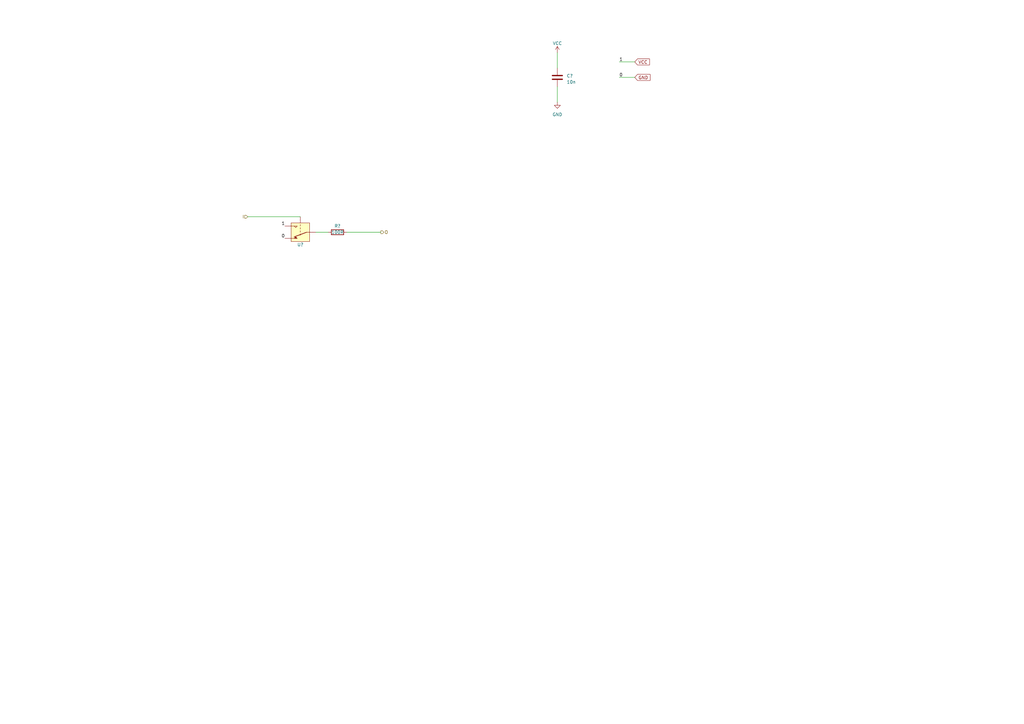
<source format=kicad_sch>
(kicad_sch (version 20230121) (generator eeschema)
  (paper "A3")
  (lib_symbols
    (symbol "Device:C" (pin_numbers hide) (pin_names (offset 0.254))
      (property "Reference" "C" (at 0.635 2.54 0))
      (property "Value" "C" (at 0.635 -2.54 0))
      (symbol "C_0_1"
        (polyline (pts (xy -2.032 -0.762) (xy 2.032 -0.762)) (stroke (width 0.508)))
        (polyline (pts (xy -2.032 0.762) (xy 2.032 0.762)) (stroke (width 0.508)))
      )
      (symbol "C_1_1"
        (pin passive line (at 0 3.81 270) (length 2.794) (name "~") (number "1"))
        (pin passive line (at 0 -3.81 90) (length 2.794) (name "~") (number "2"))
      )
    )
    (symbol "Device:R" (pin_numbers hide) (pin_names (offset 0))
      (property "Reference" "R" (at 2.032 0 90))
      (property "Value" "R" (at 0 0 90))
      (symbol "R_0_1"
        (rectangle (start -1.016 -2.54) (end 1.016 2.54) (stroke (width 0.254)))
      )
      (symbol "R_1_1"
        (pin passive line (at 0 3.81 270) (length 1.27) (name "~") (number "1"))
        (pin passive line (at 0 -3.81 90) (length 1.27) (name "~") (number "2"))
      )
    )
    (symbol "MevaLlibreria:1G3157" (pin_numbers hide)
      (property "Reference" "U" (at 0 -5.08 0))
      (symbol "1G3157_0_0"
        (polyline (pts (xy -3.81 2.54) (xy -1.27 2.54) (xy -1.905 1.905) (xy -2.54 2.54)))
      )
      (symbol "1G3157_0_1"
        (rectangle (start -3.81 3.81) (end 3.81 -3.81) (fill (type background)))
        (polyline (pts (xy 0 -0.635) (xy 0 -1.27)))
        (polyline (pts (xy 0 0.635) (xy 0 0)))
        (polyline (pts (xy 0 1.905) (xy 0 1.27)))
        (polyline (pts (xy 0 3.175) (xy 0 2.54)))
        (polyline (pts (xy 2.54 0) (xy -2.54 -1.905)) (stroke (width 0.254)))
        (polyline (pts (xy 3.81 0) (xy 2.54 0)))
        (polyline (pts (xy -3.81 -2.54) (xy -1.27 -2.54) (xy -1.905 -1.905) (xy -2.54 -2.54)) (fill (type outline)))
      )
      (symbol "1G3157_1_1"
        (pin input line (at -6.35 2.54 0) (length 2.54) (name "~") (number "1"))
        (pin power_in line (at 2.54 -2.54 270) (length 2.54) hide (name "GND") (number "2"))
        (pin input line (at -6.35 -2.54 0) (length 2.54) (name "~") (number "3"))
        (pin output line (at 6.35 0 180) (length 2.54) (name "~") (number "4"))
        (pin power_in line (at 2.54 2.54 90) (length 2.54) hide (name "VCC") (number "5"))
        (pin input line (at 0 6.35 270) (length 2.54) (name "~") (number "6"))
      )
    )
    (symbol "power:GND" (power) (pin_names (offset 0))
      (property "Value" "GND" (at 0 -3.81 0))
      (symbol "GND_0_1"
        (polyline (pts (xy 0 0) (xy 0 -1.27) (xy 1.27 -1.27) (xy 0 -2.54) (xy -1.27 -1.27) (xy 0 -1.27)))
      )
      (symbol "GND_1_1"
        (pin power_in line (at 0 0 270) (length 0) hide (name "GND") (number "1"))
      )
    )
    (symbol "power:VCC" (power) (pin_names (offset 0))
      (property "Value" "VCC" (at 0 3.81 0))
      (symbol "VCC_0_1"
        (polyline (pts (xy -0.762 1.27) (xy 0 2.54)))
        (polyline (pts (xy 0 0) (xy 0 2.54)))
        (polyline (pts (xy 0 2.54) (xy 0.762 1.27)))
      )
      (symbol "VCC_1_1"
        (pin power_in line (at 0 0 90) (length 0) hide (name "VCC") (number "1"))
      )
    )
  )
  (wire (pts (xy 101.6 88.9) (xy 123.19 88.9)))
  (wire (pts (xy 129.54 95.25) (xy 134.62 95.25)))
  (wire (pts (xy 228.6 35.56) (xy 228.6 41.91)))
  (wire (pts (xy 228.6 21.59) (xy 228.6 27.94)))
  (wire (pts (xy 254 25.4) (xy 260.35 25.4)))
  (wire (pts (xy 142.24 95.25) (xy 156.21 95.25)))
  (wire (pts (xy 254 31.75) (xy 260.35 31.75)))
  (label "1" (at 254 25.4 0))
  (label "1" (at 116.84 92.71 180))
  (label "0" (at 116.84 97.79 180))
  (label "0" (at 254 31.75 0))
  (global_label "VCC" (shape input) (at 260.35 25.4 0) (property "Intersheetrefs" "${INTERSHEET_REFS}" (effects hide)))
  (global_label "GND" (shape input) (at 260.35 31.75 0) (property "Intersheetrefs" "${INTERSHEET_REFS}" (effects hide)))
  (hierarchical_label "O" (shape output) (at 156.21 95.25 0))
  (hierarchical_label "I" (shape input) (at 101.6 88.9 180))
  (symbol (lib_id "power:GND") (at 228.6 41.91 0) (unit 1)
    (property "Reference" "#PWR?" (effects hide))
    (property "Value" "GND" (at 228.6 46.99 0))
    (instances (project "MiniCalc_A" (path "" (reference "#PWR?") (unit 1)) (path "" (reference "#PWR?") (unit 1)) (path "" (reference "#PWR?") (unit 1)) (path "" (reference "#PWR?") (unit 1)) (path "" (reference "#PWR?") (unit 1)) (path "" (reference "#PWR?") (unit 1)) (path "" (reference "#PWR?") (unit 1)) (path "" (reference "#PWR?") (unit 1)) (path "" (reference "#PWR?") (unit 1)) (path "" (reference "#PWR?") (unit 1)) (path "" (reference "#PWR?") (unit 1)) (path "" (reference "#PWR?") (unit 1)) (path "" (reference "#PWR044") (unit 1)) (path "" (reference "#PWR046") (unit 1)) (path "" (reference "#PWR042") (unit 1)) (path "" (reference "#PWR048") (unit 1)) (path "" (reference "#PWR050") (unit 1)) (path "" (reference "#PWR052") (unit 1))) (project "MinicalcControlPanel" (path "" (reference "#PWR072") (unit 1)) (path "" (reference "#PWR032") (unit 1)) (path "" (reference "#PWR034") (unit 1)) (path "" (reference "#PWR036") (unit 1)) (path "" (reference "#PWR038") (unit 1)) (path "" (reference "#PWR040") (unit 1))))
  )
  (symbol (lib_id "Device:C") (at 228.6 31.75 0) (unit 1)
    (property "Reference" "C?" (at 232.41 31.115 0) (effects (justify left)))
    (property "Value" "10n" (at 232.41 33.655 0) (effects (justify left)))
    (property "Footprint" "Capacitor_SMD:C_0603_1608Metric" (effects hide))
    (instances (project "MiniCalc_A" (path "" (reference "C?") (unit 1)) (path "" (reference "C?") (unit 1)) (path "" (reference "C?") (unit 1)) (path "" (reference "C?") (unit 1)) (path "" (reference "C?") (unit 1)) (path "" (reference "C?") (unit 1)) (path "" (reference "C?") (unit 1)) (path "" (reference "C?") (unit 1)) (path "" (reference "C?") (unit 1)) (path "" (reference "C?") (unit 1)) (path "" (reference "C?") (unit 1)) (path "" (reference "C?") (unit 1)) (path "" (reference "C18") (unit 1)) (path "" (reference "C19") (unit 1)) (path "" (reference "C17") (unit 1)) (path "" (reference "C20") (unit 1)) (path "" (reference "C21") (unit 1)) (path "" (reference "C22") (unit 1))) (project "MinicalcControlPanel" (path "" (reference "C52") (unit 1)) (path "" (reference "C32") (unit 1)) (path "" (reference "C33") (unit 1)) (path "" (reference "C34") (unit 1)) (path "" (reference "C35") (unit 1)) (path "" (reference "C36") (unit 1))))
  )
  (symbol (lib_id "power:VCC") (at 228.6 21.59 0) (unit 1)
    (property "Reference" "#PWR?" (effects hide))
    (property "Value" "VCC" (at 228.6 17.78 0))
    (instances (project "MiniCalc_A" (path "" (reference "#PWR?") (unit 1)) (path "" (reference "#PWR?") (unit 1)) (path "" (reference "#PWR?") (unit 1)) (path "" (reference "#PWR?") (unit 1)) (path "" (reference "#PWR?") (unit 1)) (path "" (reference "#PWR?") (unit 1)) (path "" (reference "#PWR?") (unit 1)) (path "" (reference "#PWR?") (unit 1)) (path "" (reference "#PWR?") (unit 1)) (path "" (reference "#PWR?") (unit 1)) (path "" (reference "#PWR?") (unit 1)) (path "" (reference "#PWR?") (unit 1)) (path "" (reference "#PWR043") (unit 1)) (path "" (reference "#PWR045") (unit 1)) (path "" (reference "#PWR041") (unit 1)) (path "" (reference "#PWR047") (unit 1)) (path "" (reference "#PWR049") (unit 1)) (path "" (reference "#PWR051") (unit 1))) (project "MinicalcControlPanel" (path "" (reference "#PWR071") (unit 1)) (path "" (reference "#PWR031") (unit 1)) (path "" (reference "#PWR033") (unit 1)) (path "" (reference "#PWR035") (unit 1)) (path "" (reference "#PWR037") (unit 1)) (path "" (reference "#PWR039") (unit 1))))
  )
  (symbol (lib_id "Device:R") (at 138.43 95.25 270) (unit 1)
    (property "Reference" "R?" (at 138.43 92.71 90))
    (property "Value" "100R" (at 138.43 95.25 90))
    (property "Footprint" "MevaLlibreriaFootprint:Meu-R_0603_1608Metric" (effects hide))
    (instances (project "MiniCalc_A" (path "" (reference "R?") (unit 1)) (path "" (reference "R65") (unit 1)) (path "" (reference "R66") (unit 1)) (path "" (reference "R64") (unit 1)) (path "" (reference "R67") (unit 1)) (path "" (reference "R68") (unit 1)) (path "" (reference "R69") (unit 1))) (project "MinicalcControlPanel" (path "" (reference "R98") (unit 1)) (path "" (reference "R57") (unit 1)) (path "" (reference "R58") (unit 1)) (path "" (reference "R59") (unit 1)) (path "" (reference "R60") (unit 1)) (path "" (reference "R61") (unit 1))))
  )
  (symbol (lib_id "MevaLlibreria:1G3157") (at 123.19 95.25 0) (unit 1)
    (property "Reference" "U?" (at 123.19 100.33 0))
    (property "Value" "1G3157" (effects hide))
    (property "Footprint" "Package_TO_SOT_SMD:SOT-23-6" (effects hide))
    (property "Datasheet" "https://www.ti.com/lit/ds/symlink/sn74lvc1g3157.pdf" (effects hide))
    (property "Sim.Name" "74LVC1G3157" (effects hide))
    (property "Sim.Library" "../SpiceModelsGlobal/AnalogSPDT.txt" (effects hide))
    (property "Sim.Device" "SUBCKT" (effects hide))
    (property "Sim.Pins" "1=1 3=3 4=4 5=5 6=6" (effects hide))
    (property "Manufacturer" "Texas Instruments" (effects hide))
    (property "Part Number" "SN74LVC1G3157DBVR" (effects hide))
    (instances (project "MiniCalc_A" (path "" (reference "U?") (unit 1)) (path "" (reference "U?") (unit 1)) (path "" (reference "U17") (unit 1)) (path "" (reference "U18") (unit 1)) (path "" (reference "U19") (unit 1)) (path "" (reference "U16") (unit 1)) (path "" (reference "U20") (unit 1)) (path "" (reference "U21") (unit 1))) (project "MinicalcControlPanel" (path "" (reference "U70") (unit 1)) (path "" (reference "U50") (unit 1)) (path "" (reference "U51") (unit 1)) (path "" (reference "U52") (unit 1)) (path "" (reference "U53") (unit 1)) (path "" (reference "U54") (unit 1))))
  )
)
</source>
